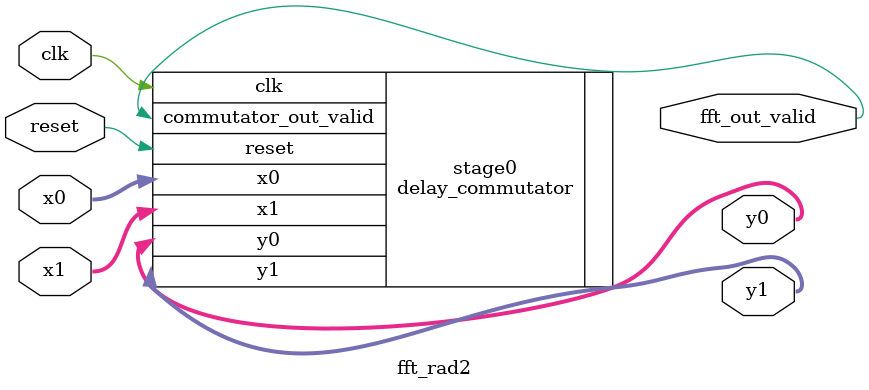
<source format=sv>
module fft_rad2 #(
    parameter N = 8,
    parameter DATA_WIDTH = 16
)(
    input logic clk,
    input logic reset,
    input logic [DATA_WIDTH-1:0] x0,
    input logic [DATA_WIDTH-1:0] x1,
    output logic [DATA_WIDTH-1:0] y0,
    output logic [DATA_WIDTH-1:0] y1,
    output logic fft_out_valid

);

// N = 8 Point DIF FFT

// Using a pipelined design from lecture
// Log2(N) = 3 butterfly stages
// Each stage takes N/2 cycles

// Stage 1
// Butterfly 1
// Delay Commutator - Delay and rearrage stage output

// Stage 2
// Butterfly 2
// Delay Commutator - Delay and rearrage stage output

// Stage 3
// Butterfly 3
// Delay Commutator - Delay and rearrage stage output

// DC 2
delay_commutator #(
    .DELAY(2),
    .DATA_WIDTH(DATA_WIDTH)
) stage0 (
    .clk(clk),
    .reset(reset),
    .x0(x0),
    .x1(x1),
    .y0(y0),
    .y1(y1),
    .commutator_out_valid(fft_out_valid)
);

// DC 1

endmodule
</source>
